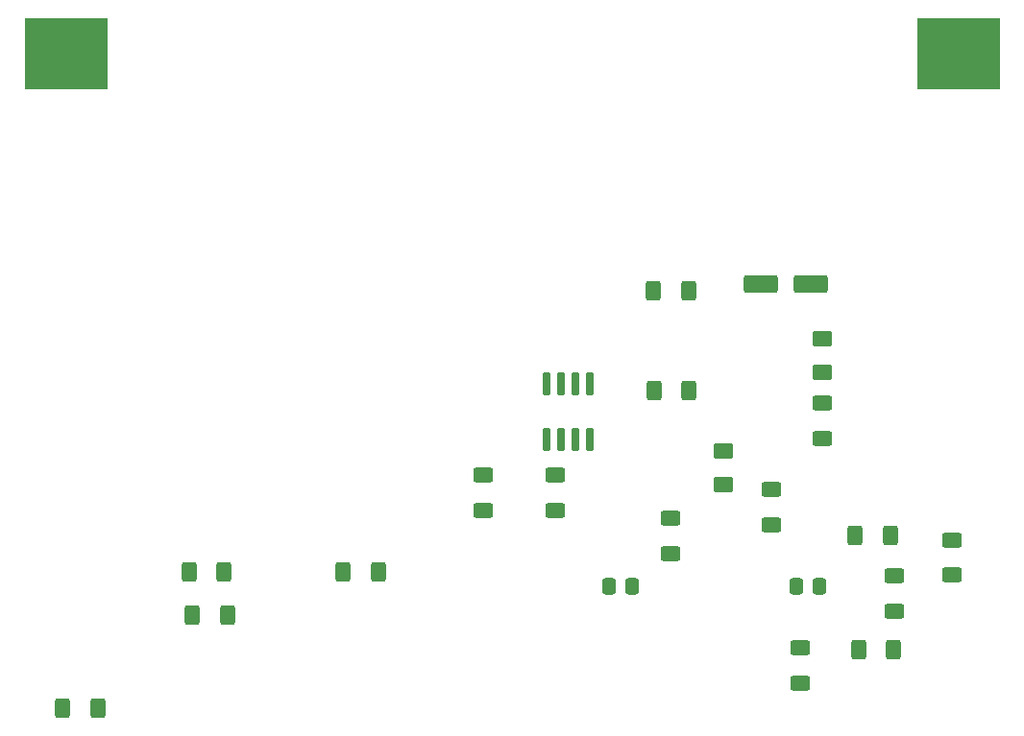
<source format=gbr>
%TF.GenerationSoftware,KiCad,Pcbnew,7.0.1*%
%TF.CreationDate,2023-05-16T20:26:06-05:00*%
%TF.ProjectId,SeneCurrent,53656e65-4375-4727-9265-6e742e6b6963,rev?*%
%TF.SameCoordinates,Original*%
%TF.FileFunction,Paste,Top*%
%TF.FilePolarity,Positive*%
%FSLAX46Y46*%
G04 Gerber Fmt 4.6, Leading zero omitted, Abs format (unit mm)*
G04 Created by KiCad (PCBNEW 7.0.1) date 2023-05-16 20:26:06*
%MOMM*%
%LPD*%
G01*
G04 APERTURE LIST*
G04 Aperture macros list*
%AMRoundRect*
0 Rectangle with rounded corners*
0 $1 Rounding radius*
0 $2 $3 $4 $5 $6 $7 $8 $9 X,Y pos of 4 corners*
0 Add a 4 corners polygon primitive as box body*
4,1,4,$2,$3,$4,$5,$6,$7,$8,$9,$2,$3,0*
0 Add four circle primitives for the rounded corners*
1,1,$1+$1,$2,$3*
1,1,$1+$1,$4,$5*
1,1,$1+$1,$6,$7*
1,1,$1+$1,$8,$9*
0 Add four rect primitives between the rounded corners*
20,1,$1+$1,$2,$3,$4,$5,0*
20,1,$1+$1,$4,$5,$6,$7,0*
20,1,$1+$1,$6,$7,$8,$9,0*
20,1,$1+$1,$8,$9,$2,$3,0*%
G04 Aperture macros list end*
%ADD10RoundRect,0.250000X-0.625000X0.400000X-0.625000X-0.400000X0.625000X-0.400000X0.625000X0.400000X0*%
%ADD11RoundRect,0.250000X-0.400000X-0.625000X0.400000X-0.625000X0.400000X0.625000X-0.400000X0.625000X0*%
%ADD12RoundRect,0.042000X0.258000X-0.943000X0.258000X0.943000X-0.258000X0.943000X-0.258000X-0.943000X0*%
%ADD13RoundRect,0.250000X0.400000X0.625000X-0.400000X0.625000X-0.400000X-0.625000X0.400000X-0.625000X0*%
%ADD14RoundRect,0.250000X0.625000X-0.400000X0.625000X0.400000X-0.625000X0.400000X-0.625000X-0.400000X0*%
%ADD15RoundRect,0.250000X-0.337500X-0.475000X0.337500X-0.475000X0.337500X0.475000X-0.337500X0.475000X0*%
%ADD16RoundRect,0.250000X-1.250000X-0.550000X1.250000X-0.550000X1.250000X0.550000X-1.250000X0.550000X0*%
%ADD17RoundRect,0.250001X-0.624999X0.462499X-0.624999X-0.462499X0.624999X-0.462499X0.624999X0.462499X0*%
%ADD18R,7.340000X6.350000*%
%ADD19RoundRect,0.250000X0.337500X0.475000X-0.337500X0.475000X-0.337500X-0.475000X0.337500X-0.475000X0*%
G04 APERTURE END LIST*
D10*
%TO.C,Rs3*%
X124460000Y-107035000D03*
X124460000Y-110135000D03*
%TD*%
D11*
%TO.C,Ru1*%
X70560000Y-100330000D03*
X73660000Y-100330000D03*
%TD*%
D10*
%TO.C,R2B3*%
X137795000Y-97510000D03*
X137795000Y-100610000D03*
%TD*%
D12*
%TO.C,U1*%
X102108000Y-88651200D03*
X103378000Y-88651200D03*
X104648000Y-88651200D03*
X105918000Y-88651200D03*
X105918000Y-83711200D03*
X104648000Y-83711200D03*
X103378000Y-83711200D03*
X102108000Y-83711200D03*
%TD*%
D13*
%TO.C,R3*%
X132360000Y-97155000D03*
X129260000Y-97155000D03*
%TD*%
D14*
%TO.C,R1*%
X121920000Y-96165000D03*
X121920000Y-93065000D03*
%TD*%
D15*
%TO.C,Cxa2*%
X124057500Y-101600000D03*
X126132500Y-101600000D03*
%TD*%
D16*
%TO.C,C1*%
X120990000Y-74930000D03*
X125390000Y-74930000D03*
%TD*%
D14*
%TO.C,R2B2*%
X132715000Y-103785000D03*
X132715000Y-100685000D03*
%TD*%
D11*
%TO.C,Ru2*%
X84175000Y-100330000D03*
X87275000Y-100330000D03*
%TD*%
%TO.C,RB2*%
X111556200Y-84353400D03*
X114656200Y-84353400D03*
%TD*%
D17*
%TO.C,D2*%
X126365000Y-79792500D03*
X126365000Y-82767500D03*
%TD*%
D11*
%TO.C,R2B1*%
X129564800Y-107238800D03*
X132664800Y-107238800D03*
%TD*%
D18*
%TO.C,J1*%
X59730000Y-54610000D03*
X138390000Y-54610000D03*
%TD*%
D14*
%TO.C,RP1*%
X113030000Y-98705000D03*
X113030000Y-95605000D03*
%TD*%
D13*
%TO.C,RB1*%
X114580000Y-75565000D03*
X111480000Y-75565000D03*
%TD*%
D14*
%TO.C,RP2*%
X96520000Y-94895000D03*
X96520000Y-91795000D03*
%TD*%
D11*
%TO.C,Rn1*%
X70840000Y-104140000D03*
X73940000Y-104140000D03*
%TD*%
%TO.C,Rs2*%
X59410000Y-112395000D03*
X62510000Y-112395000D03*
%TD*%
D10*
%TO.C,Rs1*%
X102870000Y-91795000D03*
X102870000Y-94895000D03*
%TD*%
D17*
%TO.C,D1*%
X117678200Y-89647700D03*
X117678200Y-92622700D03*
%TD*%
D14*
%TO.C,R2*%
X126365000Y-88545000D03*
X126365000Y-85445000D03*
%TD*%
D19*
%TO.C,Cxa1*%
X109622500Y-101600000D03*
X107547500Y-101600000D03*
%TD*%
M02*

</source>
